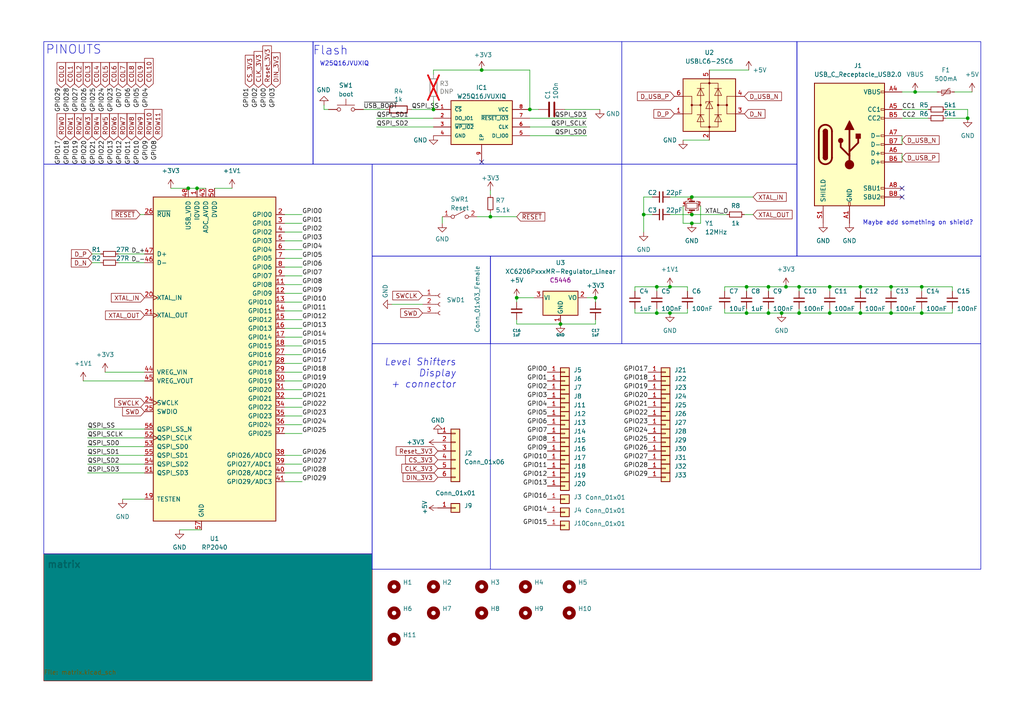
<source format=kicad_sch>
(kicad_sch (version 20231120) (generator "eeschema") (generator_version "8.0")
  (paper "A4")
  (junction (at 240.665 83.185))
  (junction (at 54.61 54.61))
  (junction (at 231.775 83.185))
  (junction (at 186.69 62.23))
  (junction (at 226.695 90.805))
  (junction (at 227.965 83.185))
  (junction (at 153.67 31.75))
  (junction (at 267.335 83.185))
  (junction (at 249.555 83.185))
  (junction (at 125.73 31.75))
  (junction (at 200.66 64.77))
  (junction (at 190.5 90.805))
  (junction (at 194.31 90.805))
  (junction (at 249.555 90.805))
  (junction (at 231.775 90.805))
  (junction (at 57.15 54.61))
  (junction (at 222.885 83.185))
  (junction (at 258.445 83.185))
  (junction (at 258.445 90.805))
  (junction (at 216.535 90.805))
  (junction (at 139.7 20.32))
  (junction (at 265.43 26.67))
  (junction (at 200.66 57.15))
  (junction (at 162.56 93.98) (diameter 0.9144))
  (junction (at 194.31 83.185))
  (junction (at 216.535 83.185))
  (junction (at 240.665 90.805))
  (junction (at 142.24 62.865))
  (junction (at 267.335 90.805))
  (junction (at 190.5 83.185))
  (junction (at 280.67 34.29))
  (junction (at 200.66 62.23))
  (junction (at 172.72 86.36) (diameter 0.9144))
  (junction (at 149.86 86.36) (diameter 0.9144))
  (junction (at 222.885 90.805))
  (no_connect (at 261.62 54.61))
  (no_connect (at 261.62 57.15))
  (no_connect (at 139.7 46.99))
  (wire (pts (xy 194.31 57.15) (xy 200.66 57.15)))
  (wire (pts (xy 261.62 31.75) (xy 269.24 31.75)))
  (wire (pts (xy 82.55 92.71) (xy 87.63 92.71)))
  (wire (pts (xy 240.665 83.185) (xy 240.665 84.455)))
  (wire (pts (xy 186.69 62.23) (xy 186.69 67.31)))
  (wire (pts (xy 153.67 20.32) (xy 153.67 31.75)))
  (wire (pts (xy 82.55 69.85) (xy 87.63 69.85)))
  (wire (pts (xy 62.23 54.61) (xy 67.31 54.61)))
  (wire (pts (xy 184.15 83.185) (xy 184.15 84.455)))
  (wire (pts (xy 82.55 64.77) (xy 87.63 64.77)))
  (wire (pts (xy 119.38 31.75) (xy 125.73 31.75)))
  (wire (pts (xy 210.185 83.185) (xy 216.535 83.185)))
  (wire (pts (xy 200.66 57.15) (xy 218.44 57.15)))
  (wire (pts (xy 261.62 44.45) (xy 261.62 46.99)))
  (wire (pts (xy 280.67 31.75) (xy 280.67 34.29)))
  (wire (pts (xy 149.86 86.36) (xy 154.94 86.36)))
  (wire (pts (xy 54.61 54.61) (xy 57.15 54.61)))
  (wire (pts (xy 203.2 64.77) (xy 200.66 64.77)))
  (wire (pts (xy 153.67 34.29) (xy 170.18 34.29)))
  (wire (pts (xy 142.24 55.245) (xy 142.24 56.515)))
  (wire (pts (xy 190.5 83.185) (xy 190.5 84.455)))
  (wire (pts (xy 125.73 20.32) (xy 139.7 20.32)))
  (wire (pts (xy 194.31 83.185) (xy 190.5 83.185)))
  (wire (pts (xy 125.73 20.32) (xy 125.73 21.59)))
  (wire (pts (xy 199.39 90.805) (xy 199.39 89.535)))
  (wire (pts (xy 82.55 82.55) (xy 87.63 82.55)))
  (wire (pts (xy 30.48 107.95) (xy 41.91 107.95)))
  (wire (pts (xy 190.5 83.185) (xy 184.15 83.185)))
  (wire (pts (xy 173.99 31.75) (xy 163.83 31.75)))
  (wire (pts (xy 149.86 92.71) (xy 149.86 93.98)))
  (wire (pts (xy 222.885 83.185) (xy 216.535 83.185)))
  (wire (pts (xy 170.18 36.83) (xy 153.67 36.83)))
  (wire (pts (xy 162.56 93.98) (xy 172.72 93.98)))
  (wire (pts (xy 162.56 93.98) (xy 149.86 93.98)))
  (wire (pts (xy 82.55 105.41) (xy 87.63 105.41)))
  (wire (pts (xy 258.445 83.185) (xy 258.445 84.455)))
  (wire (pts (xy 156.21 31.75) (xy 153.67 31.75)))
  (wire (pts (xy 210.185 90.805) (xy 216.535 90.805)))
  (wire (pts (xy 87.63 115.57) (xy 82.55 115.57)))
  (wire (pts (xy 82.55 97.79) (xy 87.63 97.79)))
  (wire (pts (xy 190.5 89.535) (xy 190.5 90.805)))
  (wire (pts (xy 125.73 34.29) (xy 109.22 34.29)))
  (wire (pts (xy 226.695 90.805) (xy 231.775 90.805)))
  (wire (pts (xy 258.445 83.185) (xy 267.335 83.185)))
  (wire (pts (xy 249.555 83.185) (xy 258.445 83.185)))
  (wire (pts (xy 35.56 144.78) (xy 41.91 144.78)))
  (wire (pts (xy 25.4 124.46) (xy 41.91 124.46)))
  (wire (pts (xy 170.18 86.36) (xy 172.72 86.36)))
  (wire (pts (xy 139.7 20.32) (xy 153.67 20.32)))
  (wire (pts (xy 261.62 26.67) (xy 265.43 26.67)))
  (wire (pts (xy 82.55 80.01) (xy 87.63 80.01)))
  (wire (pts (xy 25.4 127) (xy 41.91 127)))
  (wire (pts (xy 87.63 125.73) (xy 82.55 125.73)))
  (wire (pts (xy 222.885 90.805) (xy 226.695 90.805)))
  (wire (pts (xy 95.25 31.75) (xy 93.98 31.75)))
  (wire (pts (xy 194.31 90.805) (xy 199.39 90.805)))
  (wire (pts (xy 172.72 86.36) (xy 172.72 87.63)))
  (wire (pts (xy 276.225 90.805) (xy 276.225 89.535)))
  (wire (pts (xy 153.67 39.37) (xy 170.18 39.37)))
  (wire (pts (xy 198.12 64.77) (xy 200.66 64.77)))
  (wire (pts (xy 125.73 29.21) (xy 125.73 31.75)))
  (wire (pts (xy 198.12 40.64) (xy 205.74 40.64)))
  (wire (pts (xy 231.775 83.185) (xy 240.665 83.185)))
  (wire (pts (xy 200.66 62.23) (xy 210.82 62.23)))
  (wire (pts (xy 274.32 31.75) (xy 280.67 31.75)))
  (wire (pts (xy 210.185 84.455) (xy 210.185 83.185)))
  (wire (pts (xy 41.91 137.16) (xy 25.4 137.16)))
  (wire (pts (xy 34.29 76.2) (xy 41.91 76.2)))
  (wire (pts (xy 82.55 100.33) (xy 87.63 100.33)))
  (wire (pts (xy 194.31 62.23) (xy 200.66 62.23)))
  (wire (pts (xy 231.775 90.805) (xy 240.665 90.805)))
  (wire (pts (xy 186.69 57.15) (xy 186.69 62.23)))
  (wire (pts (xy 267.335 83.185) (xy 276.225 83.185)))
  (wire (pts (xy 87.63 137.16) (xy 82.55 137.16)))
  (wire (pts (xy 267.335 90.805) (xy 276.225 90.805)))
  (wire (pts (xy 205.74 20.32) (xy 217.17 20.32)))
  (wire (pts (xy 87.63 132.08) (xy 82.55 132.08)))
  (wire (pts (xy 49.53 54.61) (xy 54.61 54.61)))
  (wire (pts (xy 82.55 87.63) (xy 87.63 87.63)))
  (wire (pts (xy 41.91 132.08) (xy 25.4 132.08)))
  (wire (pts (xy 198.12 59.69) (xy 198.12 64.77)))
  (wire (pts (xy 128.27 64.77) (xy 128.27 62.865)))
  (wire (pts (xy 26.67 76.2) (xy 29.21 76.2)))
  (wire (pts (xy 267.335 83.185) (xy 267.335 84.455)))
  (wire (pts (xy 249.555 83.185) (xy 249.555 84.455)))
  (wire (pts (xy 82.55 102.87) (xy 87.63 102.87)))
  (wire (pts (xy 87.63 139.7) (xy 82.55 139.7)))
  (wire (pts (xy 82.55 95.25) (xy 87.63 95.25)))
  (wire (pts (xy 82.55 67.31) (xy 87.63 67.31)))
  (wire (pts (xy 149.86 86.36) (xy 149.86 87.63)))
  (wire (pts (xy 111.76 31.75) (xy 105.41 31.75)))
  (wire (pts (xy 240.665 90.805) (xy 249.555 90.805)))
  (wire (pts (xy 41.91 110.49) (xy 24.13 110.49)))
  (wire (pts (xy 57.15 54.61) (xy 59.69 54.61)))
  (wire (pts (xy 34.29 73.66) (xy 41.91 73.66)))
  (wire (pts (xy 125.73 36.83) (xy 109.22 36.83)))
  (wire (pts (xy 87.63 120.65) (xy 82.55 120.65)))
  (wire (pts (xy 227.965 83.185) (xy 231.775 83.185)))
  (wire (pts (xy 222.885 83.185) (xy 227.965 83.185)))
  (wire (pts (xy 87.63 118.11) (xy 82.55 118.11)))
  (wire (pts (xy 138.43 62.865) (xy 142.24 62.865)))
  (wire (pts (xy 82.55 74.93) (xy 87.63 74.93)))
  (wire (pts (xy 189.23 57.15) (xy 186.69 57.15)))
  (wire (pts (xy 265.43 26.67) (xy 271.78 26.67)))
  (wire (pts (xy 26.67 73.66) (xy 29.21 73.66)))
  (wire (pts (xy 258.445 89.535) (xy 258.445 90.805)))
  (wire (pts (xy 194.31 83.185) (xy 199.39 83.185)))
  (wire (pts (xy 240.665 83.185) (xy 249.555 83.185)))
  (wire (pts (xy 222.885 83.185) (xy 222.885 84.455)))
  (wire (pts (xy 113.665 88.265) (xy 122.555 88.265)))
  (wire (pts (xy 87.63 134.62) (xy 82.55 134.62)))
  (wire (pts (xy 142.24 61.595) (xy 142.24 62.865)))
  (wire (pts (xy 216.535 89.535) (xy 216.535 90.805)))
  (wire (pts (xy 82.55 110.49) (xy 87.63 110.49)))
  (wire (pts (xy 82.55 72.39) (xy 87.63 72.39)))
  (wire (pts (xy 52.07 153.67) (xy 58.42 153.67)))
  (wire (pts (xy 199.39 83.185) (xy 199.39 84.455)))
  (wire (pts (xy 240.665 90.805) (xy 240.665 89.535)))
  (wire (pts (xy 186.69 62.23) (xy 189.23 62.23)))
  (wire (pts (xy 82.55 77.47) (xy 87.63 77.47)))
  (wire (pts (xy 190.5 90.805) (xy 194.31 90.805)))
  (wire (pts (xy 87.63 123.19) (xy 82.55 123.19)))
  (wire (pts (xy 184.15 89.535) (xy 184.15 90.805)))
  (wire (pts (xy 215.9 62.23) (xy 218.44 62.23)))
  (wire (pts (xy 82.55 90.17) (xy 87.63 90.17)))
  (wire (pts (xy 261.62 39.37) (xy 261.62 41.91)))
  (wire (pts (xy 203.2 59.69) (xy 203.2 64.77)))
  (wire (pts (xy 249.555 89.535) (xy 249.555 90.805)))
  (wire (pts (xy 267.335 90.805) (xy 267.335 89.535)))
  (wire (pts (xy 172.72 92.71) (xy 172.72 93.98)))
  (wire (pts (xy 216.535 90.805) (xy 222.885 90.805)))
  (wire (pts (xy 184.15 90.805) (xy 190.5 90.805)))
  (wire (pts (xy 231.775 90.805) (xy 231.775 89.535)))
  (wire (pts (xy 82.55 107.95) (xy 87.63 107.95)))
  (wire (pts (xy 82.55 62.23) (xy 87.63 62.23)))
  (wire (pts (xy 249.555 90.805) (xy 258.445 90.805)))
  (wire (pts (xy 142.24 62.865) (xy 149.86 62.865)))
  (wire (pts (xy 258.445 90.805) (xy 267.335 90.805)))
  (wire (pts (xy 276.86 26.67) (xy 281.94 26.67)))
  (wire (pts (xy 261.62 34.29) (xy 269.24 34.29)))
  (wire (pts (xy 93.98 31.75) (xy 93.98 30.48)))
  (wire (pts (xy 41.91 134.62) (xy 25.4 134.62)))
  (wire (pts (xy 216.535 83.185) (xy 216.535 84.455)))
  (wire (pts (xy 41.91 129.54) (xy 25.4 129.54)))
  (wire (pts (xy 210.185 89.535) (xy 210.185 90.805)))
  (wire (pts (xy 274.32 34.29) (xy 280.67 34.29)))
  (wire (pts (xy 222.885 89.535) (xy 222.885 90.805)))
  (wire (pts (xy 87.63 113.03) (xy 82.55 113.03)))
  (wire (pts (xy 40.64 62.23) (xy 41.91 62.23)))
  (wire (pts (xy 276.225 83.185) (xy 276.225 84.455)))
  (wire (pts (xy 82.55 85.09) (xy 87.63 85.09)))
  (wire (pts (xy 231.775 83.185) (xy 231.775 84.455)))
  (rectangle (start 12.7 47.625) (end 107.95 160.655))
  (rectangle (start 180.34 47.625) (end 231.14 74.295))
  (rectangle (start 90.805 12.065) (end 180.34 47.625))
  (rectangle (start 107.95 47.625) (end 180.34 74.295))
  (rectangle (start 107.95 99.695) (end 142.24 165.1))
  (rectangle (start 180.34 12.065) (end 231.14 47.625))
  (rectangle (start 231.14 12.065) (end 284.48 74.295))
  (rectangle (start 12.7 12.065) (end 90.805 47.625))
  (rectangle (start 142.24 74.295) (end 180.34 99.695))
  (rectangle (start 180.34 74.295) (end 284.48 99.695))
  (rectangle (start 107.95 99.695) (end 284.48 165.1))
  (rectangle (start 107.95 74.295) (end 142.24 99.695))
  (text "Flash" (at 90.678 16.256 0) (effects (font (size 2.54 2.54)) (justify left bottom)))
  (text "W25Q16JVUXIQ" (at 92.71 19.304 0) (effects (font (size 1.27 1.27)) (justify left bottom)))
  (text "Level Shifters\nDisplay\n+ connector" (at 132.334 112.776 0) (effects (font (size 2 2) (italic yes)) (justify right bottom)))
  (text "PINOUTS" (at 13.208 16.002 0) (effects (font (size 2.54 2.54)) (justify left bottom)))
  (text "Maybe add something on shield?" (at 250.19 65.405 0) (effects (font (size 1.27 1.27)) (justify left bottom)))
  (label "GPIO6" (at 158.75 123.19 180))
  (label "GPIO29" (at 87.63 139.7 0))
  (label "GPIO12" (at 87.63 92.71 0))
  (label "GPIO2" (at 158.75 113.03 180))
  (label "GPIO14" (at 87.63 97.79 0))
  (label "GPIO9" (at 87.63 85.09 0))
  (label "GPIO15" (at 158.75 152.4 180))
  (label "GPIO25" (at 87.63 125.73 0))
  (label "GPIO26" (at 87.63 132.08 0))
  (label "GPIO8" (at 45.72 40.64 270))
  (label "GPIO5" (at 158.75 120.65 180))
  (label "GPIO12" (at 35.56 40.64 270))
  (label "QSPI_SS" (at 25.4 124.46 0))
  (label "GPIO21" (at 87.63 115.57 0))
  (label "GPIO26" (at 25.4 25.4 270))
  (label "CC1" (at 261.62 31.75 0))
  (label "GPIO27" (at 187.96 133.35 180))
  (label "~{USB_BOOT}" (at 105.41 31.75 0))
  (label "GPIO22" (at 187.96 120.65 180))
  (label "QSPI_SD3" (at 170.18 34.29 180))
  (label "GPIO3" (at 80.01 25.4 270))
  (label "GPIO9" (at 43.18 40.64 270))
  (label "GPIO13" (at 33.02 40.64 270))
  (label "GPIO11" (at 38.1 40.64 270))
  (label "GPIO22" (at 30.48 40.64 270))
  (label "GPIO2" (at 87.63 67.31 0))
  (label "QSPI_SD1" (at 25.4 132.08 0))
  (label "QSPI_SCLK" (at 170.18 36.83 180))
  (label "GPIO17" (at 17.78 40.64 270))
  (label "GPIO19" (at 87.63 110.49 0))
  (label "GPIO13" (at 87.63 95.25 0))
  (label "D_+" (at 38.1 73.66 0))
  (label "GPIO18" (at 187.96 110.49 180))
  (label "GPIO7" (at 35.56 25.4 270))
  (label "GPIO27" (at 22.86 25.4 270))
  (label "GPIO20" (at 25.4 40.64 270))
  (label "QSPI_SD3" (at 25.4 137.16 0))
  (label "GPIO8" (at 87.63 82.55 0))
  (label "GPIO6" (at 87.63 77.47 0))
  (label "GPIO27" (at 87.63 134.62 0))
  (label "GPIO1" (at 87.63 64.77 0))
  (label "GPIO16" (at 87.63 102.87 0))
  (label "GPIO25" (at 27.94 25.4 270))
  (label "GPIO16" (at 158.75 144.78 180))
  (label "GPIO3" (at 87.63 69.85 0))
  (label "GPIO0" (at 77.47 25.4 270))
  (label "GPIO5" (at 40.64 25.4 270))
  (label "GPIO18" (at 87.63 107.95 0))
  (label "GPIO11" (at 158.75 135.89 180))
  (label "GPIO20" (at 87.63 113.03 0))
  (label "GPIO28" (at 87.63 137.16 0))
  (label "GPIO19" (at 187.96 113.03 180))
  (label "GPIO0" (at 158.75 107.95 180))
  (label "GPIO29" (at 17.78 25.4 270))
  (label "QSPI_SD2" (at 109.22 36.83 0))
  (label "GPIO24" (at 187.96 125.73 180))
  (label "D_-" (at 38.1 76.2 0))
  (label "QSPI_SD0" (at 170.18 39.37 180))
  (label "GPIO2" (at 74.93 25.4 270))
  (label "GPIO29" (at 187.96 138.43 180))
  (label "GPIO1" (at 158.75 110.49 180))
  (label "GPIO22" (at 87.63 118.11 0))
  (label "GPIO10" (at 87.63 87.63 0))
  (label "GPIO23" (at 187.96 123.19 180))
  (label "GPIO8" (at 158.75 128.27 180))
  (label "GPIO0" (at 87.63 62.23 0))
  (label "QSPI_SCLK" (at 25.4 127 0))
  (label "GPIO24" (at 30.48 25.4 270))
  (label "GPIO6" (at 38.1 25.4 270))
  (label "GPIO15" (at 87.63 100.33 0))
  (label "GPIO18" (at 20.32 40.64 270))
  (label "XTAL_O" (at 204.47 62.23 0))
  (label "GPIO3" (at 158.75 115.57 180))
  (label "CC2" (at 261.62 34.29 0))
  (label "GPIO7" (at 158.75 125.73 180))
  (label "QSPI_SD2" (at 25.4 134.62 0))
  (label "GPIO26" (at 187.96 130.81 180))
  (label "GPIO13" (at 158.75 140.97 180))
  (label "QSPI_SD0" (at 25.4 129.54 0))
  (label "GPIO7" (at 87.63 80.01 0))
  (label "GPIO24" (at 87.63 123.19 0))
  (label "GPIO4" (at 158.75 118.11 180))
  (label "GPIO1" (at 72.39 25.4 270))
  (label "GPIO20" (at 187.96 115.57 180))
  (label "GPIO4" (at 43.18 25.4 270))
  (label "GPIO17" (at 187.96 107.95 180))
  (label "GPIO17" (at 87.63 105.41 0))
  (label "GPIO14" (at 158.75 148.59 180))
  (label "GPIO25" (at 187.96 128.27 180))
  (label "GPIO5" (at 87.63 74.93 0))
  (label "GPIO10" (at 40.64 40.64 270))
  (label "GPIO28" (at 20.32 25.4 270))
  (label "GPIO12" (at 158.75 138.43 180))
  (label "GPIO23" (at 87.63 120.65 0))
  (label "GPIO23" (at 33.02 25.4 270))
  (label "GPIO21" (at 187.96 118.11 180))
  (label "GPIO21" (at 27.94 40.64 270))
  (label "QSPI_SD1" (at 109.22 34.29 0))
  (label "GPIO9" (at 158.75 130.81 180))
  (label "GPIO10" (at 158.75 133.35 180))
  (label "GPIO4" (at 87.63 72.39 0))
  (label "GPIO19" (at 22.86 40.64 270))
  (label "QSPI_SS" (at 119.38 31.75 0))
  (label "GPIO28" (at 187.96 135.89 180))
  (label "GPIO11" (at 87.63 90.17 0))
  (global_label "XTAL_OUT" (shape input) (at 218.44 62.23 0) (property "Intersheetrefs" "${INTERSHEET_REFS}" (effects (hide yes))))
  (global_label "D_USB_P" (shape input) (at 261.62 45.72 0) (property "Intersheetrefs" "${INTERSHEET_REFS}" (effects (hide yes))))
  (global_label "ROW0" (shape input) (at 17.78 40.64 90) (property "Intersheetrefs" "${INTERSHEET_REFS}" (effects (hide yes))))
  (global_label "COL9" (shape input) (at 40.64 25.4 90) (property "Intersheetrefs" "${INTERSHEET_REFS}" (effects (hide yes))))
  (global_label "XTAL_IN" (shape input) (at 41.91 86.36 180) (property "Intersheetrefs" "${INTERSHEET_REFS}" (effects (hide yes))))
  (global_label "ROW10" (shape input) (at 43.18 40.64 90) (property "Intersheetrefs" "${INTERSHEET_REFS}" (effects (hide yes))))
  (global_label "COL0" (shape input) (at 17.78 25.4 90) (property "Intersheetrefs" "${INTERSHEET_REFS}" (effects (hide yes))))
  (global_label "COL3" (shape input) (at 25.4 25.4 90) (property "Intersheetrefs" "${INTERSHEET_REFS}" (effects (hide yes))))
  (global_label "ROW11" (shape input) (at 45.72 40.64 90) (property "Intersheetrefs" "${INTERSHEET_REFS}" (effects (hide yes))))
  (global_label "ROW8" (shape input) (at 38.1 40.64 90) (property "Intersheetrefs" "${INTERSHEET_REFS}" (effects (hide yes))))
  (global_label "Reset_3V3" (shape input) (at 77.47 25.4 90) (property "Intersheetrefs" "${INTERSHEET_REFS}" (effects (hide yes))))
  (global_label "DIN_3V3" (shape input) (at 80.01 25.4 90) (property "Intersheetrefs" "${INTERSHEET_REFS}" (effects (hide yes))))
  (global_label "Reset_3V3" (shape input) (at 127 130.81 180) (property "Intersheetrefs" "${INTERSHEET_REFS}" (effects (hide yes))))
  (global_label "D_USB_P" (shape input) (at 195.58 27.94 180) (property "Intersheetrefs" "${INTERSHEET_REFS}" (effects (hide yes))))
  (global_label "COL1" (shape input) (at 20.32 25.4 90) (property "Intersheetrefs" "${INTERSHEET_REFS}" (effects (hide yes))))
  (global_label "D_P" (shape input) (at 26.67 73.66 180) (property "Intersheetrefs" "${INTERSHEET_REFS}" (effects (hide yes))))
  (global_label "COL2" (shape input) (at 22.86 25.4 90) (property "Intersheetrefs" "${INTERSHEET_REFS}" (effects (hide yes))))
  (global_label "ROW3" (shape input) (at 25.4 40.64 90) (property "Intersheetrefs" "${INTERSHEET_REFS}" (effects (hide yes))))
  (global_label "D_N" (shape input) (at 26.67 76.2 180) (property "Intersheetrefs" "${INTERSHEET_REFS}" (effects (hide yes))))
  (global_label "CS_3V3" (shape input) (at 127 133.35 180) (property "Intersheetrefs" "${INTERSHEET_REFS}" (effects (hide yes))))
  (global_label "COL4" (shape input) (at 27.94 25.4 90) (property "Intersheetrefs" "${INTERSHEET_REFS}" (effects (hide yes))))
  (global_label "CLK_3V3" (shape input) (at 74.93 25.4 90) (property "Intersheetrefs" "${INTERSHEET_REFS}" (effects (hide yes))))
  (global_label "CLK_3V3" (shape input) (at 127 135.89 180) (property "Intersheetrefs" "${INTERSHEET_REFS}" (effects (hide yes))))
  (global_label "COL7" (shape input) (at 35.56 25.4 90) (property "Intersheetrefs" "${INTERSHEET_REFS}" (effects (hide yes))))
  (global_label "XTAL_OUT" (shape input) (at 41.91 91.44 180) (property "Intersheetrefs" "${INTERSHEET_REFS}" (effects (hide yes))))
  (global_label "COL6" (shape input) (at 33.02 25.4 90) (property "Intersheetrefs" "${INTERSHEET_REFS}" (effects (hide yes))))
  (global_label "COL10" (shape input) (at 43.18 25.4 90) (property "Intersheetrefs" "${INTERSHEET_REFS}" (effects (hide yes))))
  (global_label "SWD" (shape input) (at 122.555 90.805 180) (property "Intersheetrefs" "${INTERSHEET_REFS}" (effects (hide yes))))
  (global_label "D_USB_N" (shape input) (at 215.9 27.94 0) (property "Intersheetrefs" "${INTERSHEET_REFS}" (effects (hide yes))))
  (global_label "SWD" (shape input) (at 41.91 119.38 180) (property "Intersheetrefs" "${INTERSHEET_REFS}" (effects (hide yes))))
  (global_label "COL8" (shape input) (at 38.1 25.4 90) (property "Intersheetrefs" "${INTERSHEET_REFS}" (effects (hide yes))))
  (global_label "~{RESET}" (shape input) (at 40.64 62.23 180) (property "Intersheetrefs" "${INTERSHEET_REFS}" (effects (hide yes))))
  (global_label "D_P" (shape input) (at 195.58 33.02 180) (property "Intersheetrefs" "${INTERSHEET_REFS}" (effects (hide yes))))
  (global_label "SWCLK" (shape input) (at 41.91 116.84 180) (property "Intersheetrefs" "${INTERSHEET_REFS}" (effects (hide yes))))
  (global_label "ROW6" (shape input) (at 33.02 40.64 90) (property "Intersheetrefs" "${INTERSHEET_REFS}" (effects (hide yes))))
  (global_label "D_USB_N" (shape input) (at 261.62 40.64 0) (property "Intersheetrefs" "${INTERSHEET_REFS}" (effects (hide yes))))
  (global_label "XTAL_IN" (shape input) (at 218.44 57.15 0) (property "Intersheetrefs" "${INTERSHEET_REFS}" (effects (hide yes))))
  (global_label "ROW2" (shape input) (at 22.86 40.64 90) (property "Intersheetrefs" "${INTERSHEET_REFS}" (effects (hide yes))))
  (global_label "ROW1" (shape input) (at 20.32 40.64 90) (property "Intersheetrefs" "${INTERSHEET_REFS}" (effects (hide yes))))
  (global_label "ROW4" (shape input) (at 27.94 40.64 90) (property "Intersheetrefs" "${INTERSHEET_REFS}" (effects (hide yes))))
  (global_label "D_N" (shape input) (at 215.9 33.02 0) (property "Intersheetrefs" "${INTERSHEET_REFS}" (effects (hide yes))))
  (global_label "ROW7" (shape input) (at 35.56 40.64 90) (property "Intersheetrefs" "${INTERSHEET_REFS}" (effects (hide yes))))
  (global_label "~{RESET}" (shape input) (at 149.86 62.865 0) (property "Intersheetrefs" "${INTERSHEET_REFS}" (effects (hide yes))))
  (global_label "SWCLK" (shape input) (at 122.555 85.725 180) (property "Intersheetrefs" "${INTERSHEET_REFS}" (effects (hide yes))))
  (global_label "COL5" (shape input) (at 30.48 25.4 90) (property "Intersheetrefs" "${INTERSHEET_REFS}" (effects (hide yes))))
  (global_label "ROW5" (shape input) (at 30.48 40.64 90) (property "Intersheetrefs" "${INTERSHEET_REFS}" (effects (hide yes))))
  (global_label "CS_3V3" (shape input) (at 72.39 25.4 90) (property "Intersheetrefs" "${INTERSHEET_REFS}" (effects (hide yes))))
  (global_label "DIN_3V3" (shape input) (at 127 138.43 180) (property "Intersheetrefs" "${INTERSHEET_REFS}" (effects (hide yes))))
  (global_label "ROW9" (shape input) (at 40.64 40.64 90) (property "Intersheetrefs" "${INTERSHEET_REFS}" (effects (hide yes))))
  (symbol (lib_id "Connector_Generic:Conn_01x01") (at 193.04 128.27 0) (unit 1)
    (property "Reference" "J29" (at 195.58 127.635 0) (effects (justify left)))
    (property "Value" "Conn_01x01" (effects (hide yes)))
    (property "Footprint" "TestPoint:TestPoint_THTPad_D1.5mm_Drill0.7mm" (effects (hide yes)))
  )
  (symbol (lib_id "power:GND") (at 198.12 40.64 0) (unit 1)
    (property "Reference" "#PWR015" (effects (hide yes)))
    (property "Value" "GND" (at 194.31 40.64 0))
  )
  (symbol (lib_id "Connector_Generic:Conn_01x01") (at 163.83 110.49 0) (unit 1)
    (property "Reference" "J6" (at 166.37 109.855 0) (effects (justify left)))
    (property "Value" "Conn_01x01" (effects (hide yes)))
    (property "Footprint" "TestPoint:TestPoint_THTPad_D1.5mm_Drill0.7mm" (effects (hide yes)))
  )
  (symbol (lib_id "Connector_Generic:Conn_01x01") (at 163.83 135.89 0) (unit 1)
    (property "Reference" "J18" (at 166.37 135.255 0) (effects (justify left)))
    (property "Value" "Conn_01x01" (effects (hide yes)))
    (property "Footprint" "TestPoint:TestPoint_THTPad_D1.5mm_Drill0.7mm" (effects (hide yes)))
  )
  (symbol (lib_id "Device:C_Small") (at 191.77 62.23 90) (unit 1)
    (property "Reference" "C3" (at 189.23 60.96 90))
    (property "Value" "22pF" (at 195.58 60.96 90))
    (property "Footprint" "Capacitor_SMD:C_0402_1005Metric" (effects (hide yes)))
    (property "LCSC" "C1555" (effects (hide yes)))
  )
  (symbol (lib_id "power:GND") (at 35.56 144.78 0) (unit 1)
    (property "Reference" "#PWR05" (effects (hide yes)))
    (property "Value" "GND" (at 35.56 149.86 0))
  )
  (symbol (lib_id "power:+5V") (at 127 147.32 90) (unit 1)
    (property "Reference" "#PWR035" (effects (hide yes)))
    (property "Value" "+5V" (at 123.19 149.225 0) (effects (justify left)))
  )
  (symbol (lib_id "Connector_Generic:Conn_01x01") (at 193.04 135.89 0) (unit 1)
    (property "Reference" "J32" (at 195.58 135.255 0) (effects (justify left)))
    (property "Value" "Conn_01x01" (effects (hide yes)))
    (property "Footprint" "TestPoint:TestPoint_THTPad_D1.5mm_Drill0.7mm" (effects (hide yes)))
  )
  (symbol (lib_id "power:GND") (at 200.66 64.77 0) (unit 1)
    (property "Reference" "#PWR017" (effects (hide yes)))
    (property "Value" "GND" (at 200.66 69.85 0))
  )
  (symbol (lib_id "Mechanical:MountingHole") (at 165.1 170.18 0) (unit 1) (exclude_from_sim yes) (in_bom no)
    (property "Reference" "H5" (at 167.64 168.9099 0) (effects (justify left)))
    (property "Value" "MountingHole" (effects (hide yes)))
    (property "Footprint" "MountingHole:MountingHole_2.2mm_M2_DIN965_Pad" (effects (hide yes)))
    (property "Description" "Mounting Hole without connection" (effects (hide yes)))
  )
  (symbol (lib_name "GND_1") (lib_id "power:GND") (at 127 125.73 180) (unit 1)
    (property "Reference" "#PWR034" (effects (hide yes)))
    (property "Value" "GND" (at 127 121.92 0))
  )
  (symbol (lib_id "power:+5V") (at 217.17 20.32 0) (unit 1)
    (property "Reference" "#PWR08" (effects (hide yes)))
    (property "Value" "+5V" (at 220.345 20.32 0))
  )
  (symbol (lib_id "Mechanical:MountingHole") (at 114.3 170.18 0) (unit 1) (exclude_from_sim yes) (in_bom no)
    (property "Reference" "H1" (at 116.84 168.9099 0) (effects (justify left)))
    (property "Value" "MountingHole" (effects (hide yes)))
    (property "Footprint" "MountingHole:MountingHole_2.2mm_M2_DIN965_Pad" (effects (hide yes)))
    (property "Description" "Mounting Hole without connection" (effects (hide yes)))
  )
  (symbol (lib_id "Device:R_Small") (at 271.78 34.29 90) (unit 1)
    (property "Reference" "R6" (at 267.97 33.02 90))
    (property "Value" "5k1" (at 275.59 33.02 90))
    (property "Footprint" "Resistor_SMD:R_0402_1005Metric" (effects (hide yes)))
    (property "LCSC" "C25905" (effects (hide yes)))
  )
  (symbol (lib_id "Connector_Generic:Conn_01x01") (at 163.83 152.4 0) (unit 1)
    (property "Reference" "J10" (at 166.37 151.765 0) (effects (justify left)))
    (property "Value" "Conn_01x01" (at 169.672 151.892 0) (effects (justify left)))
    (property "Footprint" "TestPoint:TestPoint_THTPad_D1.5mm_Drill0.7mm" (effects (hide yes)))
  )
  (symbol (lib_id "Device:C") (at 160.02 31.75 90) (unit 1)
    (property "Reference" "C1" (at 158.8516 28.829 0) (effects (justify left)))
    (property "Value" "100n" (at 161.163 28.829 0) (effects (justify left)))
    (property "Footprint" "Capacitor_SMD:C_0402_1005Metric" (effects (hide yes)))
    (property "LCSC" "C1525" (effects (hide yes)))
  )
  (symbol (lib_id "power:+5V") (at 281.94 26.67 0) (unit 1)
    (property "Reference" "#PWR010" (effects (hide yes)))
    (property "Value" "+5V" (at 281.94 21.59 0))
  )
  (symbol (lib_id "power:+3V3") (at 49.53 54.61 0) (unit 1)
    (property "Reference" "#PWR01" (effects (hide yes)))
    (property "Value" "+3V3" (at 49.53 49.53 0))
  )
  (symbol (lib_id "Connector_Generic:Conn_01x01") (at 193.04 125.73 0) (unit 1)
    (property "Reference" "J28" (at 195.58 125.095 0) (effects (justify left)))
    (property "Value" "Conn_01x01" (effects (hide yes)))
    (property "Footprint" "TestPoint:TestPoint_THTPad_D1.5mm_Drill0.7mm" (effects (hide yes)))
  )
  (symbol (lib_id "Connector_Generic:Conn_01x01") (at 193.04 118.11 0) (unit 1)
    (property "Reference" "J25" (at 195.58 117.475 0) (effects (justify left)))
    (property "Value" "Conn_01x01" (effects (hide yes)))
    (property "Footprint" "TestPoint:TestPoint_THTPad_D1.5mm_Drill0.7mm" (effects (hide yes)))
  )
  (symbol (lib_id "power:+3V3") (at 30.48 107.95 0) (unit 1)
    (property "Reference" "#PWR03" (effects (hide yes)))
    (property "Value" "+3V3" (at 30.48 102.87 0))
  )
  (symbol (lib_id "power:+1V1") (at 24.13 110.49 0) (unit 1)
    (property "Reference" "#PWR04" (effects (hide yes)))
    (property "Value" "+1V1" (at 24.13 105.41 0))
  )
  (symbol (lib_id "power:+1V1") (at 194.31 83.185 0) (unit 1)
    (property "Reference" "#PWR022" (effects (hide yes)))
    (property "Value" "+1V1" (at 194.31 78.105 0))
  )
  (symbol (lib_id "Mechanical:MountingHole") (at 139.7 177.8 0) (unit 1) (exclude_from_sim yes) (in_bom no)
    (property "Reference" "H8" (at 142.24 176.5299 0) (effects (justify left)))
    (property "Value" "MountingHole" (effects (hide yes)))
    (property "Footprint" "MountingHole:MountingHole_2.2mm_M2_DIN965_Pad" (effects (hide yes)))
    (property "Description" "Mounting Hole without connection" (effects (hide yes)))
  )
  (symbol (lib_id "power:+1V1") (at 67.31 54.61 0) (unit 1)
    (property "Reference" "#PWR02" (effects (hide yes)))
    (property "Value" "+1V1" (at 67.31 49.53 0))
  )
  (symbol (lib_id "Device:C_Small") (at 267.335 86.995 0) (unit 1)
    (property "Reference" "C14" (at 268.605 84.4549 0) (effects (justify left)))
    (property "Value" "100nF" (at 268.605 89.5349 0) (effects (justify left)))
    (property "Footprint" "Capacitor_SMD:C_0402_1005Metric" (effects (hide yes)))
    (property "LCSC" "C1525" (effects (hide yes)))
  )
  (symbol (lib_id "Connector_Generic:Conn_01x01") (at 163.83 123.19 0) (unit 1)
    (property "Reference" "J13" (at 166.37 122.555 0) (effects (justify left)))
    (property "Value" "Conn_01x01" (effects (hide yes)))
    (property "Footprint" "TestPoint:TestPoint_THTPad_D1.5mm_Drill0.7mm" (effects (hide yes)))
  )
  (symbol (lib_id "power:+5V") (at 149.86 86.36 0) (unit 1)
    (property "Reference" "#PWR024" (effects (hide yes)))
    (property "Value" "+5V" (at 149.86 81.28 0))
  )
  (symbol (lib_id "Mechanical:MountingHole") (at 139.7 170.18 0) (unit 1) (exclude_from_sim yes) (in_bom no)
    (property "Reference" "H3" (at 142.24 168.9099 0) (effects (justify left)))
    (property "Value" "MountingHole" (effects (hide yes)))
    (property "Footprint" "MountingHole:MountingHole_2.2mm_M2_DIN965_Pad" (effects (hide yes)))
    (property "Description" "Mounting Hole without connection" (effects (hide yes)))
  )
  (symbol (lib_id "Connector_Generic:Conn_01x01") (at 163.83 128.27 0) (unit 1)
    (property "Reference" "J15" (at 166.37 127.635 0) (effects (justify left)))
    (property "Value" "Conn_01x01" (effects (hide yes)))
    (property "Footprint" "TestPoint:TestPoint_THTPad_D1.5mm_Drill0.7mm" (effects (hide yes)))
  )
  (symbol (lib_id "power:+3.3V") (at 127 128.27 90) (unit 1)
    (property "Reference" "#PWR047" (effects (hide yes)))
    (property "Value" "+3V3" (at 123.19 128.2699 90) (effects (justify left)))
  )
  (symbol (lib_id "Device:C_Small") (at 210.185 86.995 0) (unit 1)
    (property "Reference" "C7" (at 211.455 84.4549 0) (effects (justify left)))
    (property "Value" "10uF" (at 211.455 89.5349 0) (effects (justify left)))
    (property "Footprint" "Capacitor_SMD:C_0402_1005Metric" (effects (hide yes)))
    (property "LCSC" "C15525" (effects (hide yes)))
  )
  (symbol (lib_id "Connector_Generic:Conn_01x01") (at 193.04 107.95 0) (unit 1)
    (property "Reference" "J21" (at 195.58 107.315 0) (effects (justify left)))
    (property "Value" "Conn_01x01" (effects (hide yes)))
    (property "Footprint" "TestPoint:TestPoint_THTPad_D1.5mm_Drill0.7mm" (effects (hide yes)))
  )
  (symbol (lib_id "power:GND") (at 226.695 90.805 0) (unit 1)
    (property "Reference" "#PWR028" (effects (hide yes)))
    (property "Value" "GND" (at 226.695 95.885 0))
  )
  (symbol (lib_id "Device:C_Small") (at 199.39 86.995 0) (unit 1)
    (property "Reference" "C6" (at 200.66 84.4549 0) (effects (justify left)))
    (property "Value" "100nF" (at 200.66 89.5349 0) (effects (justify left)))
    (property "Footprint" "Capacitor_SMD:C_0402_1005Metric" (effects (hide yes)))
    (property "LCSC" "C1525" (effects (hide yes)))
  )
  (symbol (lib_id "Connector_Generic:Conn_01x01") (at 163.83 148.59 0) (unit 1)
    (property "Reference" "J4" (at 166.37 147.955 0) (effects (justify left)))
    (property "Value" "Conn_01x01" (at 169.672 148.082 0) (effects (justify left)))
    (property "Footprint" "TestPoint:TestPoint_THTPad_D1.5mm_Drill0.7mm" (effects (hide yes)))
  )
  (symbol (lib_id "Device:Polyfuse_Small") (at 274.32 26.67 90) (unit 1)
    (property "Reference" "F1" (at 274.32 20.32 90))
    (property "Value" "500mA" (at 274.32 22.86 90))
    (property "Footprint" "Fuse:Fuse_1206_3216Metric" (effects (hide yes)))
    (property "LCSC" "C70076" (effects (hide yes)))
  )
  (symbol (lib_id "Connector_Generic:Conn_01x01") (at 193.04 138.43 0) (unit 1)
    (property "Reference" "J33" (at 195.58 137.795 0) (effects (justify left)))
    (property "Value" "Conn_01x01" (effects (hide yes)))
    (property "Footprint" "TestPoint:TestPoint_THTPad_D1.5mm_Drill0.7mm" (effects (hide yes)))
  )
  (symbol (lib_id "Power_Protection:USBLC6-2SC6") (at 205.74 30.48 0) (unit 1)
    (property "Reference" "U2" (at 205.74 15.24 0))
    (property "Value" "USBLC6-2SC6" (at 205.74 17.78 0))
    (property "Footprint" "Package_TO_SOT_SMD:SOT-23-6" (effects (hide yes)))
    (property "Datasheet" "https://www.st.com/resource/en/datasheet/usblc6-2.pdf" (effects (hide yes)))
    (property "LCSC" "C2827654" (effects (hide yes)))
  )
  (symbol (lib_id "power:+3V3") (at 227.965 83.185 0) (unit 1)
    (property "Reference" "#PWR023" (effects (hide yes)))
    (property "Value" "+3V3" (at 227.965 78.105 0))
  )
  (symbol (lib_id "Switch:SW_Push") (at 100.33 31.75 0) (unit 1)
    (property "Reference" "SW1" (at 100.33 24.765 0))
    (property "Value" "boot" (at 100.33 27.305 0))
    (property "Footprint" "Button_Switch_SMD:SW_SPST_TL3342" (effects (hide yes)))
    (property "Datasheet" "https://datasheet.lcsc.com/lcsc/1811051111_ALPSALPINE-SKQGABE010_C115351.pdf" (effects (hide yes)))
    (property "LCSC Part" "C115351" (effects (hide yes)))
    (property "LCSC" "C115351" (effects (hide yes)))
  )
  (symbol (lib_id "power:GND") (at 194.31 90.805 0) (unit 1)
    (property "Reference" "#PWR027" (effects (hide yes)))
    (property "Value" "GND" (at 194.31 95.885 0))
  )
  (symbol (lib_id "Device:C_Small") (at 258.445 86.995 0) (unit 1)
    (property "Reference" "C13" (at 259.715 84.4549 0) (effects (justify left)))
    (property "Value" "100nF" (at 259.715 89.5349 0) (effects (justify left)))
    (property "Footprint" "Capacitor_SMD:C_0402_1005Metric" (effects (hide yes)))
    (property "LCSC" "C1525" (effects (hide yes)))
  )
  (symbol (lib_id "W25Q16JVUXIQ:W25Q16JVUXIQ") (at 111.76 31.75 0) (unit 1)
    (property "Reference" "IC1" (at 139.7 25.4 0))
    (property "Value" "W25Q16JVUXIQ" (at 139.7 27.94 0))
    (property "Footprint" "W25Q16JVUXIQ:SON50P300X200X60-9N" (effects (hide yes)))
    (property "Datasheet" "https://datasheet.lcsc.com/lcsc/2205122030_Winbond-Elec-W25Q16JVUXIQ_C2843335.pdf" (effects (hide yes)))
    (property "MANUFACTURER_NAME" "Winbond" (effects (hide yes)))
    (property "HEIGHT" "0.6mm" (effects (hide yes)))
    (property "DESCRIPTION" "SPIFLASH, 3V, 16M-BIT, 4KB UNIFO" (effects (hide yes)))
    (property "MANUFACTURER_PART_NUMBER" "W25Q16JVUXIQ" (effects (hide yes)))
    (property "LCSC Part" "C2843335" (effects (hide yes)))
    (property "LCSC" "C2843335" (effects (hide yes)))
  )
  (symbol (lib_id "power:GND") (at 128.27 64.77 0) (unit 1)
    (property "Reference" "#PWR018" (effects (hide yes)))
    (property "Value" "GND" (at 128.27 69.3325 0))
  )
  (symbol (lib_id "Switch:SW_SPST") (at 133.35 62.865 0) (unit 1)
    (property "Reference" "SWR1" (at 133.35 57.785 0))
    (property "Value" "Reset" (at 133.35 60.325 0))
    (property "Footprint" "Button_Switch_SMD:SW_SPST_TL3342" (effects (hide yes)))
  )
  (symbol (lib_id "Connector_Generic:Conn_01x01") (at 163.83 120.65 0) (unit 1)
    (property "Reference" "J12" (at 166.37 120.015 0) (effects (justify left)))
    (property "Value" "Conn_01x01" (effects (hide yes)))
    (property "Footprint" "TestPoint:TestPoint_THTPad_D1.5mm_Drill0.7mm" (effects (hide yes)))
  )
  (symbol (lib_id "power:GND") (at 186.69 67.31 0) (unit 1)
    (property "Reference" "#PWR021" (effects (hide yes)))
    (property "Value" "GND" (at 186.69 72.39 0))
  )
  (symbol (lib_id "Connector_Generic:Conn_01x01") (at 163.83 138.43 0) (unit 1)
    (property "Reference" "J19" (at 166.37 137.795 0) (effects (justify left)))
    (property "Value" "Conn_01x01" (effects (hide yes)))
    (property "Footprint" "TestPoint:TestPoint_THTPad_D1.5mm_Drill0.7mm" (effects (hide yes)))
  )
  (symbol (lib_id "Sleep-lib:RP2040") (at 62.23 105.41 0) (unit 1)
    (property "Reference" "U1" (at 62.23 156.21 0))
    (property "Value" "RP2040" (at 62.23 158.75 0))
    (property "Footprint" "Sleep-lib:RP2040-QFN-56" (effects (hide yes)))
    (property "Datasheet" "https://datasheets.raspberrypi.com/rp2040/rp2040-datasheet.pdf" (effects (hide yes)))
    (property "LCSC" "C2040" (effects (hide yes)))
  )
  (symbol (lib_id "Connector_Generic:Conn_01x01") (at 193.04 115.57 0) (unit 1)
    (property "Reference" "J24" (at 195.58 114.935 0) (effects (justify left)))
    (property "Value" "Conn_01x01" (effects (hide yes)))
    (property "Footprint" "TestPoint:TestPoint_THTPad_D1.5mm_Drill0.7mm" (effects (hide yes)))
  )
  (symbol (lib_id "Mechanical:MountingHole") (at 152.4 177.8 0) (unit 1) (exclude_from_sim yes) (in_bom no)
    (property "Reference" "H9" (at 154.94 176.5299 0) (effects (justify left)))
    (property "Value" "MountingHole" (effects (hide yes)))
    (property "Footprint" "MountingHole:MountingHole_2.2mm_M2_DIN965_Pad" (effects (hide yes)))
    (property "Description" "Mounting Hole without connection" (effects (hide yes)))
  )
  (symbol (lib_id "Mechanical:MountingHole") (at 114.3 177.8 0) (unit 1) (exclude_from_sim yes) (in_bom no)
    (property "Reference" "H6" (at 116.84 176.5299 0) (effects (justify left)))
    (property "Value" "MountingHole" (effects (hide yes)))
    (property "Footprint" "MountingHole:MountingHole_2.2mm_M2_DIN965_Pad" (effects (hide yes)))
    (property "Description" "Mounting Hole without connection" (effects (hide yes)))
  )
  (symbol (lib_id "Connector:Conn_01x03_Female") (at 127.635 88.265 0) (unit 1)
    (property "Reference" "SWD1" (at 129.54 86.9949 0) (effects (justify left)))
    (property "Value" "Conn_01x03_Female" (at 138.43 96.52 90) (effects (justify left)))
    (property "Footprint" "Connector_PinHeader_2.54mm:PinHeader_1x03_P2.54mm_Vertical" (effects (hide yes)))
  )
  (symbol (lib_id "Connector_Generic:Conn_01x01") (at 193.04 123.19 0) (unit 1)
    (property "Reference" "J27" (at 195.58 122.555 0) (effects (justify left)))
    (property "Value" "Conn_01x01" (effects (hide yes)))
    (property "Footprint" "TestPoint:TestPoint_THTPad_D1.5mm_Drill0.7mm" (effects (hide yes)))
  )
  (symbol (lib_id "Device:C_Small") (at 172.72 90.17 180) (unit 1)
    (property "Reference" "C17" (at 172.72 95.885 0) (effects (font (size 0.762 0.762))))
    (property "Value" "1uF" (at 172.72 97.155 0) (effects (font (size 0.762 0.762))))
    (property "Footprint" "Capacitor_SMD:C_0402_1005Metric" (effects (hide yes)))
    (property "LCSC" "C52923" (effects (hide yes)))
  )
  (symbol (lib_id "Device:Crystal_GND24_Small") (at 200.66 59.69 90) (unit 1)
    (property "Reference" "Y1" (at 204.47 64.77 90) (effects (justify right)))
    (property "Value" "12MHz" (at 204.47 67.31 90) (effects (justify right)))
    (property "Footprint" "Crystal:Crystal_SMD_3225-4Pin_3.2x2.5mm" (effects (hide yes)))
    (property "LCSC" "C9002" (effects (hide yes)))
  )
  (symbol (lib_id "Device:R") (at 125.73 25.4 0) (unit 1) (on_board no) (dnp yes)
    (property "Reference" "R3" (at 127.508 24.2316 0) (effects (justify left)))
    (property "Value" "DNP" (at 127.508 26.543 0) (effects (justify left)))
    (property "Footprint" "Capacitor_SMD:C_0402_1005Metric" (effects (hide yes)))
    (property "LCSC" "C25905" (effects (hide yes)))
  )
  (symbol (lib_id "Connector_Generic:Conn_01x01") (at 163.83 115.57 0) (unit 1)
    (property "Reference" "J8" (at 166.37 114.935 0) (effects (justify left)))
    (property "Value" "Conn_01x01" (effects (hide yes)))
    (property "Footprint" "TestPoint:TestPoint_THTPad_D1.5mm_Drill0.7mm" (effects (hide yes)))
  )
  (symbol (lib_id "Mechanical:MountingHole") (at 125.73 177.8 0) (unit 1) (exclude_from_sim yes) (in_bom no)
    (property "Reference" "H7" (at 128.27 176.5299 0) (effects (justify left)))
    (property "Value" "MountingHole" (effects (hide yes)))
    (property "Footprint" "MountingHole:MountingHole_2.2mm_M2_DIN965_Pad" (effects (hide yes)))
    (property "Description" "Mounting Hole without connection" (effects (hide yes)))
  )
  (symbol (lib_id "Connector_Generic:Conn_01x01") (at 163.83 133.35 0) (unit 1)
    (property "Reference" "J17" (at 166.37 132.715 0) (effects (justify left)))
    (property "Value" "Conn_01x01" (effects (hide yes)))
    (property "Footprint" "TestPoint:TestPoint_THTPad_D1.5mm_Drill0.7mm" (effects (hide yes)))
  )
  (symbol (lib_id "Device:C_Small") (at 216.535 86.995 0) (unit 1)
    (property "Reference" "C8" (at 217.805 84.4549 0) (effects (justify left)))
    (property "Value" "1uF" (at 217.805 89.5349 0) (effects (justify left)))
    (property "Footprint" "Capacitor_SMD:C_0402_1005Metric" (effects (hide yes)))
    (property "LCSC" "C52923" (effects (hide yes)))
  )
  (symbol (lib_id "Device:R_Small") (at 31.75 76.2 90) (unit 1)
    (property "Reference" "R2" (at 27.94 74.93 90))
    (property "Value" "27R" (at 35.56 74.93 90))
    (property "Footprint" "Resistor_SMD:R_0603_1608Metric" (effects (hide yes)))
    (property "LCSC" "C25190" (effects (hide yes)))
  )
  (symbol (lib_id "power:+3V3") (at 142.24 55.245 0) (unit 1)
    (property "Reference" "#PWR016" (effects (hide yes)))
    (property "Value" "+3V3" (at 142.24 51.6405 0))
  )
  (symbol (lib_id "Connector_Generic:Conn_01x01") (at 163.83 144.78 0) (unit 1)
    (property "Reference" "J3" (at 166.37 144.145 0) (effects (justify left)))
    (property "Value" "Conn_01x01" (at 169.672 144.272 0) (effects (justify left)))
    (property "Footprint" "TestPoint:TestPoint_THTPad_D1.5mm_Drill0.7mm" (effects (hide yes)))
  )
  (symbol (lib_id "Device:C_Small") (at 276.225 86.995 0) (unit 1)
    (property "Reference" "C15" (at 277.495 84.4549 0) (effects (justify left)))
    (property "Value" "100nF" (at 277.495 89.5349 0) (effects (justify left)))
    (property "Footprint" "Capacitor_SMD:C_0402_1005Metric" (effects (hide yes)))
    (property "LCSC" "C1525" (effects (hide yes)))
  )
  (symbol (lib_id "power:GND") (at 93.98 30.48 180) (unit 1)
    (property "Reference" "#PWR011" (effects (hide yes)))
    (property "Value" "GND" (at 93.853 26.0858 0))
  )
  (symbol (lib_id "Mechanical:MountingHole") (at 125.73 170.18 0) (unit 1) (exclude_from_sim yes) (in_bom no)
    (property "Reference" "H2" (at 128.27 168.9099 0) (effects (justify left)))
    (property "Value" "MountingHole" (effects (hide yes)))
    (property "Footprint" "MountingHole:MountingHole_2.2mm_M2_DIN965_Pad" (effects (hide yes)))
    (property "Description" "Mounting Hole without connection" (effects (hide yes)))
  )
  (symbol (lib_id "power:+3V3") (at 139.7 20.32 0) (unit 1)
    (property "Reference" "#PWR07" (effects (hide yes)))
    (property "Value" "+3V3" (at 140.081 15.9258 0))
  )
  (symbol (lib_id "Connector_Generic:Conn_01x01") (at 163.83 140.97 0) (unit 1)
    (property "Reference" "J20" (at 166.37 140.335 0) (effects (justify left)))
    (property "Value" "Conn_01x01" (effects (hide yes)))
    (property "Footprint" "TestPoint:TestPoint_THTPad_D1.5mm_Drill0.7mm" (effects (hide yes)))
  )
  (symbol (lib_id "Connector_Generic:Conn_01x01") (at 163.83 125.73 0) (unit 1)
    (property "Reference" "J14" (at 166.37 125.095 0) (effects (justify left)))
    (property "Value" "Conn_01x01" (effects (hide yes)))
    (property "Footprint" "TestPoint:TestPoint_THTPad_D1.5mm_Drill0.7mm" (effects (hide yes)))
  )
  (symbol (lib_id "Connector_Generic:Conn_01x01") (at 193.04 130.81 0) (unit 1)
    (property "Reference" "J30" (at 195.58 130.175 0) (effects (justify left)))
    (property "Value" "Conn_01x01" (effects (hide yes)))
    (property "Footprint" "TestPoint:TestPoint_THTPad_D1.5mm_Drill0.7mm" (effects (hide yes)))
  )
  (symbol (lib_id "Connector_Generic:Conn_01x01") (at 163.83 118.11 0) (unit 1)
    (property "Reference" "J11" (at 166.37 117.475 0) (effects (justify left)))
    (property "Value" "Conn_01x01" (effects (hide yes)))
    (property "Footprint" "TestPoint:TestPoint_THTPad_D1.5mm_Drill0.7mm" (effects (hide yes)))
  )
  (symbol (lib_id "power:GND") (at 162.56 93.98 0) (unit 1)
    (property "Reference" "#PWR029" (effects (hide yes)))
    (property "Value" "GND" (at 162.56 97.155 0) (effects (font (size 0.762 0.762))))
  )
  (symbol (lib_id "power:GND") (at 125.73 39.37 0) (unit 1)
    (property "Reference" "#PWR014" (effects (hide yes)))
    (property "Value" "GND" (at 121.92 40.64 0))
  )
  (symbol (lib_id "Device:C_Small") (at 231.775 86.995 0) (unit 1)
    (property "Reference" "C10" (at 233.045 84.4549 0) (effects (justify left)))
    (property "Value" "100nF" (at 233.045 89.5349 0) (effects (justify left)))
    (property "Footprint" "Capacitor_SMD:C_0402_1005Metric" (effects (hide yes)))
    (property "LCSC" "C1525" (effects (hide yes)))
  )
  (symbol (lib_id "Connector_Generic:Conn_01x01") (at 163.83 113.03 0) (unit 1)
    (property "Reference" "J7" (at 166.37 112.395 0) (effects (justify left)))
    (property "Value" "Conn_01x01" (effects (hide yes)))
    (property "Footprint" "TestPoint:TestPoint_THTPad_D1.5mm_Drill0.7mm" (effects (hide yes)))
  )
  (symbol (lib_id "Device:C_Small") (at 249.555 86.995 0) (unit 1)
    (property "Reference" "C12" (at 250.825 84.4549 0) (effects (justify left)))
    (property "Value" "100nF" (at 250.825 89.5349 0) (effects (justify left)))
    (property "Footprint" "Capacitor_SMD:C_0402_1005Metric" (effects (hide yes)))
    (property "LCSC" "C1525" (effects (hide yes)))
  )
  (symbol (lib_id "Connector_Generic:Conn_01x01") (at 193.04 133.35 0) (unit 1)
    (property "Reference" "J31" (at 195.58 132.715 0) (effects (justify left)))
    (property "Value" "Conn_01x01" (effects (hide yes)))
    (property "Footprint" "TestPoint:TestPoint_THTPad_D1.5mm_Drill0.7mm" (effects (hide yes)))
  )
  (symbol (lib_id "power:GND") (at 246.38 64.77 0) (unit 1)
    (property "Reference" "#PWR020" (effects (hide yes)))
    (property "Value" "GND" (at 246.38 69.85 0))
  )
  (symbol (lib_id "Device:R") (at 115.57 31.75 270) (unit 1)
    (property "Reference" "R4" (at 115.57 26.4922 90))
    (property "Value" "1k" (at 115.57 28.8036 90))
    (property "Footprint" "Resistor_SMD:R_0402_1005Metric" (effects (hide yes)))
    (property "Datasheet" "https://datasheet.lcsc.com/lcsc/2205311845_UNI-ROYAL-Uniroyal-Elec-0402WGJ0102TCE_C25543.pdf" (effects (hide yes)))
    (property "LCSC Part" "C25543" (effects (hide yes)))
    (property "LCSC" "C25543" (effects (hide yes)))
  )
  (symbol (lib_id "Connector_Generic:Conn_01x01") (at 193.04 110.49 0) (unit 1)
    (property "Reference" "J22" (at 195.58 109.855 0) (effects (justify left)))
    (property "Value" "Conn_01x01" (effects (hide yes)))
    (property "Footprint" "TestPoint:TestPoint_THTPad_D1.5mm_Drill0.7mm" (effects (hide yes)))
  )
  (symbol (lib_id "Device:C_Small") (at 222.885 86.995 0) (unit 1)
    (property "Reference" "C9" (at 224.155 84.4549 0) (effects (justify left)))
    (property "Value" "100nF" (at 224.155 89.5349 0) (effects (justify left)))
    (property "Footprint" "Capacitor_SMD:C_0402_1005Metric" (effects (hide yes)))
    (property "LCSC" "C1525" (effects (hide yes)))
  )
  (symbol (lib_id "Connector_Generic:Conn_01x01") (at 163.83 107.95 0) (unit 1)
    (property "Reference" "J5" (at 166.37 107.315 0) (effects (justify left)))
    (property "Value" "Conn_01x01" (effects (hide yes)))
    (property "Footprint" "TestPoint:TestPoint_THTPad_D1.5mm_Drill0.7mm" (effects (hide yes)))
  )
  (symbol (lib_id "power:GND") (at 280.67 34.29 0) (unit 1)
    (property "Reference" "#PWR013" (effects (hide yes)))
    (property "Value" "GND" (at 280.67 39.37 0))
  )
  (symbol (lib_id "Connector_Generic:Conn_01x06") (at 132.08 130.81 0) (unit 1)
    (property "Reference" "J2" (at 134.62 131.445 0) (effects (justify left)))
    (property "Value" "Conn_01x06" (at 134.62 133.985 0) (effects (justify left)))
    (property "Footprint" "Connector_PinHeader_2.54mm:PinHeader_1x06_P2.54mm_Vertical" (effects (hide yes)))
  )
  (symbol (lib_id "Device:R_Small") (at 213.36 62.23 90) (unit 1)
    (property "Reference" "R8" (at 213.36 59.69 90))
    (property "Value" "1k" (at 213.36 64.77 90))
    (property "Footprint" "Resistor_SMD:R_0402_1005Metric" (effects (hide yes)))
    (property "LCSC" "C11702" (effects (hide yes)))
  )
  (symbol (lib_id "kicad-keyboard-parts:XC6206PxxxMR-Regulator_Linear") (at 162.56 86.36 0) (unit 1)
    (property "Reference" "U3" (at 162.56 76.2 0))
    (property "Value" "XC6206PxxxMR-Regulator_Linear" (at 162.56 78.74 0))
    (property "Footprint" "Package_TO_SOT_SMD:SOT-23" (effects (hide yes)))
    (property "Datasheet" "https://www.torexsemi.com/file/xc6206/XC6206.pdf" (effects (hide yes)))
    (property "LCSC" "C5446" (at 162.56 81.28 0))
  )
  (symbol (lib_id "Connector_Generic:Conn_01x01") (at 193.04 120.65 0) (unit 1)
    (property "Reference" "J26" (at 195.58 120.015 0) (effects (justify left)))
    (property "Value" "Conn_01x01" (effects (hide yes)))
    (property "Footprint" "TestPoint:TestPoint_THTPad_D1.5mm_Drill0.7mm" (effects (hide yes)))
  )
  (symbol (lib_id "power:GND") (at 173.99 31.75 0) (unit 1)
    (property "Reference" "#PWR012" (effects (hide yes)))
    (property "Value" "GND" (at 177.8 33.02 0))
  )
  (symbol (lib_id "Device:C_Small") (at 190.5 86.995 0) (unit 1)
    (property "Reference" "C5" (at 191.77 84.4549 0) (effects (justify left)))
    (property "Value" "100nF" (at 191.77 89.5349 0) (effects (justify left)))
    (property "Footprint" "Capacitor_SMD:C_0402_1005Metric" (effects (hide yes)))
    (property "LCSC" "C1525" (effects (hide yes)))
  )
  (symbol (lib_id "power:GND") (at 52.07 153.67 0) (unit 1)
    (property "Reference" "#PWR06" (effects (hide yes)))
    (property "Value" "GND" (at 52.07 158.75 0))
  )
  (symbol (lib_id "Device:C_Small") (at 184.15 86.995 0) (unit 1)
    (property "Reference" "C4" (at 185.42 84.4549 0) (effects (justify left)))
    (property "Value" "1uF" (at 185.42 89.5349 0) (effects (justify left)))
    (property "Footprint" "Capacitor_SMD:C_0402_1005Metric" (effects (hide yes)))
    (property "LCSC" "C52923" (effects (hide yes)))
  )
  (symbol (lib_id "Connector:USB_C_Receptacle_USB2.0") (at 246.38 41.91 0) (unit 1)
    (property "Reference" "J1" (at 248.8565 19.05 0))
    (property "Value" "USB_C_Receptacle_USB2.0" (at 248.8565 21.59 0))
    (property "Footprint" "Connector_USB:USB_C_Receptacle_HRO_TYPE-C-31-M-12" (effects (hide yes)))
    (property "Datasheet" "https://www.usb.org/sites/default/files/documents/usb_type-c.zip" (effects (hide yes)))
    (property "LCSC" "C165948" (effects (hide yes)))
  )
  (symbol (lib_id "power:VBUS") (at 265.43 26.67 0) (unit 1)
    (property "Reference" "#PWR09" (effects (hide yes)))
    (property "Value" "VBUS" (at 265.43 21.59 0))
  )
  (symbol (lib_id "Mechanical:MountingHole") (at 165.1 177.8 0) (unit 1) (exclude_from_sim yes) (in_bom no)
    (property "Reference" "H10" (at 167.64 176.5299 0) (effects (justify left)))
    (property "Value" "MountingHole" (effects (hide yes)))
    (property "Footprint" "MountingHole:MountingHole_2.2mm_M2_DIN965_Pad" (effects (hide yes)))
    (property "Description" "Mounting Hole without connection" (effects (hide yes)))
  )
  (symbol (lib_id "Connector_Generic:Conn_01x01") (at 193.04 113.03 0) (unit 1)
    (property "Reference" "J23" (at 195.58 112.395 0) (effects (justify left)))
    (property "Value" "Conn_01x01" (effects (hide yes)))
    (property "Footprint" "TestPoint:TestPoint_THTPad_D1.5mm_Drill0.7mm" (effects (hide yes)))
  )
  (symbol (lib_id "Connector_Generic:Conn_01x01") (at 132.08 147.32 0) (unit 1)
    (property "Reference" "J9" (at 134.62 146.685 0) (effects (justify left)))
    (property "Value" "Conn_01x01" (at 126.238 143.002 0) (effects (justify left)))
    (property "Footprint" "TestPoint:TestPoint_THTPad_D1.5mm_Drill0.7mm" (effects (hide yes)))
  )
  (symbol (lib_id "power:GND") (at 238.76 64.77 0) (unit 1)
    (property "Reference" "#PWR019" (effects (hide yes)))
    (property "Value" "GND" (at 238.76 69.85 0))
  )
  (symbol (lib_id "Device:C_Small") (at 240.665 86.995 0) (unit 1)
    (property "Reference" "C11" (at 241.935 84.4549 0) (effects (justify left)))
    (property "Value" "100nF" (at 241.935 89.5349 0) (effects (justify left)))
    (property "Footprint" "Capacitor_SMD:C_0402_1005Metric" (effects (hide yes)))
    (property "LCSC" "C1525" (effects (hide yes)))
  )
  (symbol (lib_id "Connector_Generic:Conn_01x01") (at 163.83 130.81 0) (unit 1)
    (property "Reference" "J16" (at 166.37 130.175 0) (effects (justify left)))
    (property "Value" "Conn_01x01" (effects (hide yes)))
    (property "Footprint" "TestPoint:TestPoint_THTPad_D1.5mm_Drill0.7mm" (effects (hide yes)))
  )
  (symbol (lib_id "Device:R_Small") (at 31.75 73.66 90) (unit 1)
    (property "Reference" "R1" (at 27.94 72.39 90))
    (property "Value" "27R" (at 35.56 72.39 90))
    (property "Footprint" "Resistor_SMD:R_0603_1608Metric" (effects (hide yes)))
    (property "LCSC" "C25190" (effects (hide yes)))
  )
  (symbol (lib_id "Device:C_Small") (at 191.77 57.15 90) (unit 1)
    (property "Reference" "C2" (at 189.23 55.88 90))
    (property "Value" "22pF" (at 195.58 55.88 90))
    (property "Footprint" "Capacitor_SMD:C_0402_1005Metric" (effects (hide yes)))
    (property "LCSC" "C1555" (effects (hide yes)))
  )
  (symbol (lib_id "Mechanical:MountingHole") (at 114.3 185.42 0) (unit 1) (exclude_from_sim yes) (in_bom no)
    (property "Reference" "H11" (at 116.84 184.1499 0) (effects (justify left)))
    (property "Value" "MountingHole" (effects (hide yes)))
    (property "Footprint" "MountingHole:MountingHole_2.2mm_M2_DIN965_Pad" (effects (hide yes)))
    (property "Description" "Mounting Hole without connection" (effects (hide yes)))
  )
  (symbol (lib_id "Device:C_Small") (at 149.86 90.17 180) (unit 1)
    (property "Reference" "C16" (at 149.86 95.885 0) (effects (font (size 0.762 0.762))))
    (property "Value" "1uF" (at 149.86 97.155 0) (effects (font (size 0.762 0.762))))
    (property "Footprint" "Capacitor_SMD:C_0402_1005Metric" (effects (hide yes)))
    (property "LCSC" "C52923" (effects (hide yes)))
  )
  (symbol (lib_id "Device:R_Small") (at 142.24 59.055 0) (unit 1)
    (property "Reference" "R7" (at 143.7386 58.1465 0) (effects (justify left)))
    (property "Value" "5.1k" (at 143.7386 60.9216 0) (effects (justify left)))
    (property "Footprint" "Resistor_SMD:R_0402_1005Metric" (effects (hide yes)))
  )
  (symbol (lib_id "power:+3.3V") (at 172.72 86.36 0) (unit 1)
    (property "Reference" "#PWR025" (effects (hide yes)))
    (property "Value" "+3V3" (at 172.72 82.8126 0))
  )
  (symbol (lib_id "Device:R_Small") (at 271.78 31.75 90) (unit 1)
    (property "Reference" "R5" (at 267.97 30.48 90))
    (property "Value" "5k1" (at 275.59 30.48 90))
    (property "Footprint" "Resistor_SMD:R_0402_1005Metric" (effects (hide yes)))
    (property "LCSC" "C25905" (effects (hide yes)))
  )
  (symbol (lib_id "Mechanical:MountingHole") (at 152.4 170.18 0) (unit 1) (exclude_from_sim yes) (in_bom no)
    (property "Reference" "H4" (at 154.94 168.9099 0) (effects (justify left)))
    (property "Value" "MountingHole" (effects (hide yes)))
    (property "Footprint" "MountingHole:MountingHole_2.2mm_M2_DIN965_Pad" (effects (hide yes)))
    (property "Description" "Mounting Hole without connection" (effects (hide yes)))
  )
  (symbol (lib_id "power:GND") (at 113.665 88.265 270) (unit 1)
    (property "Reference" "#PWR026" (effects (hide yes)))
    (property "Value" "GND" (at 111.76 84.455 0))
  )
  (sheet (at 12.7 160.655) (size 95.25 36.83) (stroke (width 0.1524)) (fill (color 0 132 132 1.0000))
    (property "Sheetname" "matrix" (at 13.589 164.846 0) (effects (font (size 2 2) (thickness 0.4) (bold yes)) (justify left bottom)))
    (property "Sheetfile" "matrix.kicad_sch" (at 12.7 194.2596 0) (effects (justify left top)))
  )
)
</source>
